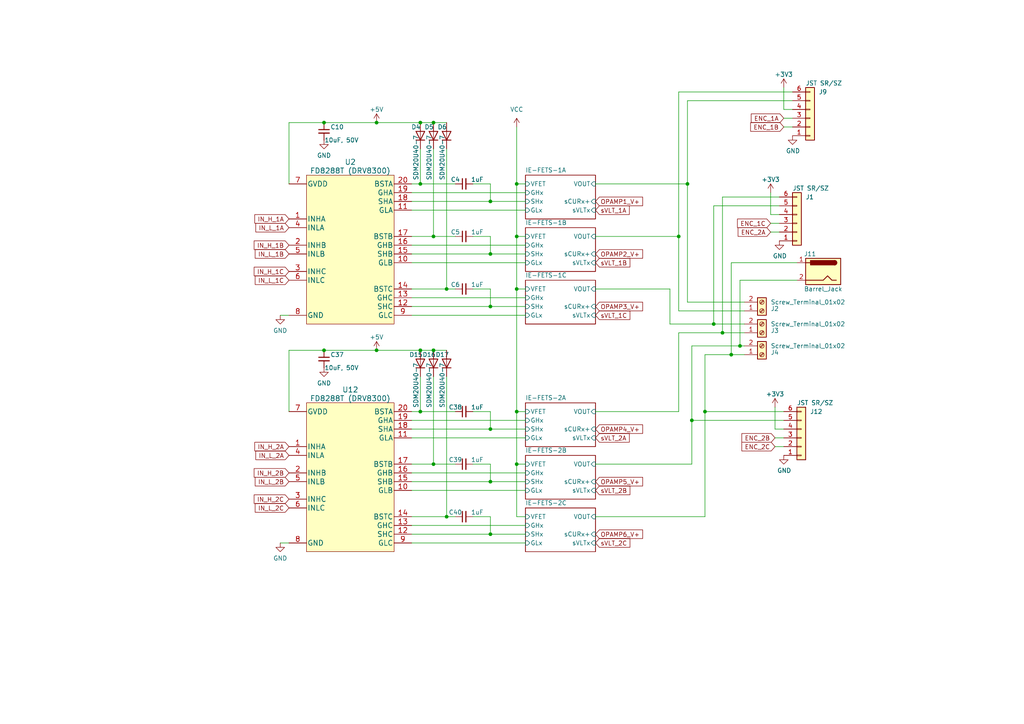
<source format=kicad_sch>
(kicad_sch (version 20231120) (generator "eeschema") (generator_version "8.0")
  (paper "A4")
  (title_block (title "I3ESC") (date "2024-09-07") (company "AlfredoSystems"))
  (lib_symbols
    (symbol "AlfredoSymbols:DRV8300NIPWR" (pin_names (offset 0.254))
      (property "Reference" "U" (at 0 25.4 0))
      (property "Value" "DRV8300NIPWR" (at 0 22.86 0))
      (symbol "DRV8300NIPWR_1_1"
        (rectangle (start -12.7 21.59) (end 12.7 -21.59) (fill (type background)))
        (pin input line (at -17.78 8.89 0) (length 5.08) (name "INHA") (number "1"))
        (pin output line (at 17.78 -3.81 180) (length 5.08) (name "GLB") (number "10"))
        (pin output line (at 17.78 11.43 180) (length 5.08) (name "GLA") (number "11"))
        (pin input line (at 17.78 -16.51 180) (length 5.08) (name "SHC") (number "12"))
        (pin output line (at 17.78 -13.97 180) (length 5.08) (name "GHC") (number "13"))
        (pin output line (at 17.78 -11.43 180) (length 5.08) (name "BSTC") (number "14"))
        (pin input line (at 17.78 -1.27 180) (length 5.08) (name "SHB") (number "15"))
        (pin output line (at 17.78 1.27 180) (length 5.08) (name "GHB") (number "16"))
        (pin output line (at 17.78 3.81 180) (length 5.08) (name "BSTB") (number "17"))
        (pin input line (at 17.78 13.97 180) (length 5.08) (name "SHA") (number "18"))
        (pin output line (at 17.78 16.51 180) (length 5.08) (name "GHA") (number "19"))
        (pin input line (at -17.78 1.27 0) (length 5.08) (name "INHB") (number "2"))
        (pin output line (at 17.78 19.05 180) (length 5.08) (name "BSTA") (number "20"))
        (pin input line (at -17.78 -6.35 0) (length 5.08) (name "INHC") (number "3"))
        (pin input line (at -17.78 6.35 0) (length 5.08) (name "INLA") (number "4"))
        (pin input line (at -17.78 -1.27 0) (length 5.08) (name "INLB") (number "5"))
        (pin input line (at -17.78 -8.89 0) (length 5.08) (name "INLC") (number "6"))
        (pin power_in line (at -17.78 19.05 0) (length 5.08) (name "GVDD") (number "7"))
        (pin power_in line (at -17.78 -19.05 0) (length 5.08) (name "GND") (number "8"))
        (pin output line (at 17.78 -19.05 180) (length 5.08) (name "GLC") (number "9"))
      )
    )
    (symbol "Connector:Barrel_Jack" (pin_names (offset 1.016))
      (property "Reference" "J" (at 0 5.334 0))
      (property "Value" "Barrel_Jack" (at 0 -5.08 0))
      (symbol "Barrel_Jack_0_1"
        (rectangle (start -5.08 3.81) (end 5.08 -3.81) (stroke (width 0.254)) (fill (type background)))
        (arc (start -3.302 3.175) (mid -3.9343 2.54) (end -3.302 1.905) (stroke (width 0.254)))
        (arc (start -3.302 3.175) (mid -3.9343 2.54) (end -3.302 1.905) (stroke (width 0.254)) (fill (type outline)))
        (polyline (pts (xy 5.08 2.54) (xy 3.81 2.54)) (stroke (width 0.254)))
        (polyline (pts (xy -3.81 -2.54) (xy -2.54 -2.54) (xy -1.27 -1.27) (xy 0 -2.54) (xy 2.54 -2.54) (xy 5.08 -2.54)) (stroke (width 0.254)))
        (rectangle (start 3.683 3.175) (end -3.302 1.905) (stroke (width 0.254)) (fill (type outline)))
      )
      (symbol "Barrel_Jack_1_1"
        (pin passive line (at 7.62 2.54 180) (length 2.54) (name "~") (number "1"))
        (pin passive line (at 7.62 -2.54 180) (length 2.54) (name "~") (number "2"))
      )
    )
    (symbol "Connector:Screw_Terminal_01x02" (pin_names (offset 1.016) hide)
      (property "Reference" "J" (at 0 2.54 0))
      (property "Value" "Screw_Terminal_01x02" (at 0 -5.08 0))
      (symbol "Screw_Terminal_01x02_1_1"
        (rectangle (start -1.27 1.27) (end 1.27 -3.81) (stroke (width 0.254)) (fill (type background)))
        (circle (center 0 -2.54) (radius 0.635) (stroke (width 0.1524)))
        (polyline (pts (xy -0.5334 -2.2098) (xy 0.3302 -3.048)) (stroke (width 0.1524)))
        (polyline (pts (xy -0.5334 0.3302) (xy 0.3302 -0.508)) (stroke (width 0.1524)))
        (polyline (pts (xy -0.3556 -2.032) (xy 0.508 -2.8702)) (stroke (width 0.1524)))
        (polyline (pts (xy -0.3556 0.508) (xy 0.508 -0.3302)) (stroke (width 0.1524)))
        (circle (center 0 0) (radius 0.635) (stroke (width 0.1524)))
        (pin passive line (at -5.08 0 0) (length 3.81) (name "Pin_1") (number "1"))
        (pin passive line (at -5.08 -2.54 0) (length 3.81) (name "Pin_2") (number "2"))
      )
    )
    (symbol "Connector_Generic:Conn_01x06" (pin_names (offset 1.016) hide)
      (property "Reference" "J" (at 0 7.62 0))
      (property "Value" "Conn_01x06" (at 0 -10.16 0))
      (symbol "Conn_01x06_1_1"
        (rectangle (start -1.27 -7.493) (end 0 -7.747) (stroke (width 0.1524)))
        (rectangle (start -1.27 -4.953) (end 0 -5.207) (stroke (width 0.1524)))
        (rectangle (start -1.27 -2.413) (end 0 -2.667) (stroke (width 0.1524)))
        (rectangle (start -1.27 0.127) (end 0 -0.127) (stroke (width 0.1524)))
        (rectangle (start -1.27 2.667) (end 0 2.413) (stroke (width 0.1524)))
        (rectangle (start -1.27 5.207) (end 0 4.953) (stroke (width 0.1524)))
        (rectangle (start -1.27 6.35) (end 1.27 -8.89) (stroke (width 0.254)) (fill (type background)))
        (pin passive line (at -5.08 5.08 0) (length 3.81) (name "Pin_1") (number "1"))
        (pin passive line (at -5.08 2.54 0) (length 3.81) (name "Pin_2") (number "2"))
        (pin passive line (at -5.08 0 0) (length 3.81) (name "Pin_3") (number "3"))
        (pin passive line (at -5.08 -2.54 0) (length 3.81) (name "Pin_4") (number "4"))
        (pin passive line (at -5.08 -5.08 0) (length 3.81) (name "Pin_5") (number "5"))
        (pin passive line (at -5.08 -7.62 0) (length 3.81) (name "Pin_6") (number "6"))
      )
    )
    (symbol "Device:C_Small" (pin_numbers hide) (pin_names (offset 0.254) hide)
      (property "Reference" "C" (at 0.254 1.778 0))
      (property "Value" "C_Small" (at 0.254 -2.032 0))
      (symbol "C_Small_0_1"
        (polyline (pts (xy -1.524 -0.508) (xy 1.524 -0.508)) (stroke (width 0.3302)))
        (polyline (pts (xy -1.524 0.508) (xy 1.524 0.508)) (stroke (width 0.3048)))
      )
      (symbol "C_Small_1_1"
        (pin passive line (at 0 2.54 270) (length 2.032) (name "~") (number "1"))
        (pin passive line (at 0 -2.54 90) (length 2.032) (name "~") (number "2"))
      )
    )
    (symbol "Diode:US1M" (pin_numbers hide) (pin_names (offset 1.016) hide)
      (property "Reference" "D" (at 0 2.54 0))
      (property "Value" "US1M" (at 0 -2.54 0))
      (symbol "US1M_0_1"
        (polyline (pts (xy -1.27 1.27) (xy -1.27 -1.27)) (stroke (width 0.254)))
        (polyline (pts (xy 1.27 0) (xy -1.27 0)))
        (polyline (pts (xy 1.27 1.27) (xy 1.27 -1.27) (xy -1.27 0) (xy 1.27 1.27)) (stroke (width 0.254)))
      )
      (symbol "US1M_1_1"
        (pin passive line (at -3.81 0 0) (length 2.54) (name "K") (number "1"))
        (pin passive line (at 3.81 0 180) (length 2.54) (name "A") (number "2"))
      )
    )
    (symbol "power:+3V3" (power) (pin_names (offset 0))
      (property "Value" "+3V3" (at 0 3.556 0))
      (symbol "+3V3_0_1"
        (polyline (pts (xy -0.762 1.27) (xy 0 2.54)))
        (polyline (pts (xy 0 0) (xy 0 2.54)))
        (polyline (pts (xy 0 2.54) (xy 0.762 1.27)))
      )
      (symbol "+3V3_1_1"
        (pin power_in line (at 0 0 90) (length 0) hide (name "+3V3") (number "1"))
      )
    )
    (symbol "power:+5V" (power) (pin_names (offset 0))
      (property "Value" "+5V" (at 0 3.556 0))
      (symbol "+5V_0_1"
        (polyline (pts (xy -0.762 1.27) (xy 0 2.54)))
        (polyline (pts (xy 0 0) (xy 0 2.54)))
        (polyline (pts (xy 0 2.54) (xy 0.762 1.27)))
      )
      (symbol "+5V_1_1"
        (pin power_in line (at 0 0 90) (length 0) hide (name "+5V") (number "1"))
      )
    )
    (symbol "power:GND" (power) (pin_names (offset 0))
      (property "Value" "GND" (at 0 -3.81 0))
      (symbol "GND_0_1"
        (polyline (pts (xy 0 0) (xy 0 -1.27) (xy 1.27 -1.27) (xy 0 -2.54) (xy -1.27 -1.27) (xy 0 -1.27)))
      )
      (symbol "GND_1_1"
        (pin power_in line (at 0 0 270) (length 0) hide (name "GND") (number "1"))
      )
    )
    (symbol "power:VCC" (power) (pin_names (offset 0))
      (property "Value" "VCC" (at 0 3.81 0))
      (symbol "VCC_0_1"
        (polyline (pts (xy -0.762 1.27) (xy 0 2.54)))
        (polyline (pts (xy 0 0) (xy 0 2.54)))
        (polyline (pts (xy 0 2.54) (xy 0.762 1.27)))
      )
      (symbol "VCC_1_1"
        (pin power_in line (at 0 0 90) (length 0) hide (name "VCC") (number "1"))
      )
    )
  )
  (junction (at 149.86 83.82))
  (junction (at 149.86 68.58))
  (junction (at 196.85 68.58))
  (junction (at 142.24 58.42))
  (junction (at 200.66 121.92))
  (junction (at 109.22 35.56))
  (junction (at 142.24 154.94))
  (junction (at 142.24 139.7))
  (junction (at 129.54 83.82))
  (junction (at 125.73 134.62))
  (junction (at 125.73 68.58))
  (junction (at 109.22 101.6))
  (junction (at 129.54 149.86))
  (junction (at 121.92 35.56))
  (junction (at 125.73 101.6))
  (junction (at 121.92 101.6))
  (junction (at 142.24 124.46))
  (junction (at 149.86 53.34))
  (junction (at 125.73 35.56))
  (junction (at 209.55 96.52))
  (junction (at 214.63 100.33))
  (junction (at 142.24 88.9))
  (junction (at 149.86 134.62))
  (junction (at 212.09 102.87))
  (junction (at 204.47 119.38))
  (junction (at 207.01 93.98))
  (junction (at 121.92 53.34))
  (junction (at 93.98 101.6))
  (junction (at 121.92 119.38))
  (junction (at 93.98 35.56))
  (junction (at 199.39 53.34))
  (junction (at 142.24 73.66))
  (junction (at 149.86 119.38))
  (wire (pts (xy 119.38 137.16) (xy 152.4 137.16)))
  (wire (pts (xy 125.73 134.62) (xy 132.08 134.62)))
  (wire (pts (xy 119.38 124.46) (xy 142.24 124.46)))
  (wire (pts (xy 152.4 149.86) (xy 149.86 149.86)))
  (wire (pts (xy 196.85 90.17) (xy 196.85 68.58)))
  (wire (pts (xy 119.38 71.12) (xy 152.4 71.12)))
  (wire (pts (xy 209.55 57.15) (xy 209.55 96.52)))
  (wire (pts (xy 119.38 53.34) (xy 121.92 53.34)))
  (wire (pts (xy 93.98 35.56) (xy 83.82 35.56)))
  (wire (pts (xy 129.54 83.82) (xy 132.08 83.82)))
  (wire (pts (xy 172.72 134.62) (xy 200.66 134.62)))
  (wire (pts (xy 212.09 102.87) (xy 215.9 102.87)))
  (wire (pts (xy 121.92 35.56) (xy 125.73 35.56)))
  (wire (pts (xy 119.38 58.42) (xy 142.24 58.42)))
  (wire (pts (xy 119.38 127) (xy 152.4 127)))
  (wire (pts (xy 200.66 121.92) (xy 227.33 121.92)))
  (wire (pts (xy 199.39 87.63) (xy 215.9 87.63)))
  (wire (pts (xy 152.4 53.34) (xy 149.86 53.34)))
  (wire (pts (xy 214.63 100.33) (xy 215.9 100.33)))
  (wire (pts (xy 119.38 149.86) (xy 129.54 149.86)))
  (wire (pts (xy 196.85 119.38) (xy 172.72 119.38)))
  (wire (pts (xy 142.24 149.86) (xy 142.24 154.94)))
  (wire (pts (xy 119.38 142.24) (xy 152.4 142.24)))
  (wire (pts (xy 200.66 134.62) (xy 200.66 121.92)))
  (wire (pts (xy 137.16 83.82) (xy 142.24 83.82)))
  (wire (pts (xy 227.33 127) (xy 224.79 127)))
  (wire (pts (xy 207.01 59.69) (xy 207.01 93.98)))
  (wire (pts (xy 142.24 68.58) (xy 142.24 73.66)))
  (wire (pts (xy 81.28 157.48) (xy 83.82 157.48)))
  (wire (pts (xy 119.38 60.96) (xy 152.4 60.96)))
  (wire (pts (xy 199.39 29.21) (xy 229.87 29.21)))
  (wire (pts (xy 119.38 86.36) (xy 152.4 86.36)))
  (wire (pts (xy 223.52 55.88) (xy 223.52 62.23)))
  (wire (pts (xy 142.24 139.7) (xy 152.4 139.7)))
  (wire (pts (xy 119.38 121.92) (xy 152.4 121.92)))
  (wire (pts (xy 226.06 67.31) (xy 223.52 67.31)))
  (wire (pts (xy 196.85 96.52) (xy 196.85 119.38)))
  (wire (pts (xy 223.52 62.23) (xy 226.06 62.23)))
  (wire (pts (xy 196.85 90.17) (xy 215.9 90.17)))
  (wire (pts (xy 121.92 53.34) (xy 132.08 53.34)))
  (wire (pts (xy 83.82 35.56) (xy 83.82 53.34)))
  (wire (pts (xy 129.54 149.86) (xy 132.08 149.86)))
  (wire (pts (xy 149.86 134.62) (xy 152.4 134.62)))
  (wire (pts (xy 149.86 68.58) (xy 149.86 83.82)))
  (wire (pts (xy 149.86 149.86) (xy 149.86 134.62)))
  (wire (pts (xy 204.47 149.86) (xy 204.47 119.38)))
  (wire (pts (xy 142.24 83.82) (xy 142.24 88.9)))
  (wire (pts (xy 119.38 157.48) (xy 152.4 157.48)))
  (wire (pts (xy 142.24 119.38) (xy 142.24 124.46)))
  (wire (pts (xy 152.4 119.38) (xy 149.86 119.38)))
  (wire (pts (xy 93.98 101.6) (xy 109.22 101.6)))
  (wire (pts (xy 172.72 53.34) (xy 199.39 53.34)))
  (wire (pts (xy 119.38 91.44) (xy 152.4 91.44)))
  (wire (pts (xy 121.92 43.18) (xy 121.92 53.34)))
  (wire (pts (xy 194.31 93.98) (xy 207.01 93.98)))
  (wire (pts (xy 227.33 31.75) (xy 229.87 31.75)))
  (wire (pts (xy 121.92 101.6) (xy 125.73 101.6)))
  (wire (pts (xy 209.55 57.15) (xy 226.06 57.15)))
  (wire (pts (xy 152.4 83.82) (xy 149.86 83.82)))
  (wire (pts (xy 209.55 96.52) (xy 215.9 96.52)))
  (wire (pts (xy 109.22 101.6) (xy 121.92 101.6)))
  (wire (pts (xy 231.14 81.28) (xy 214.63 81.28)))
  (wire (pts (xy 121.92 119.38) (xy 132.08 119.38)))
  (wire (pts (xy 119.38 139.7) (xy 142.24 139.7)))
  (wire (pts (xy 207.01 93.98) (xy 215.9 93.98)))
  (wire (pts (xy 119.38 134.62) (xy 125.73 134.62)))
  (wire (pts (xy 227.33 25.4) (xy 227.33 31.75)))
  (wire (pts (xy 119.38 73.66) (xy 142.24 73.66)))
  (wire (pts (xy 224.79 124.46) (xy 227.33 124.46)))
  (wire (pts (xy 137.16 119.38) (xy 142.24 119.38)))
  (wire (pts (xy 119.38 68.58) (xy 125.73 68.58)))
  (wire (pts (xy 200.66 100.33) (xy 214.63 100.33)))
  (wire (pts (xy 172.72 83.82) (xy 194.31 83.82)))
  (wire (pts (xy 93.98 35.56) (xy 109.22 35.56)))
  (wire (pts (xy 194.31 83.82) (xy 194.31 93.98)))
  (wire (pts (xy 149.86 83.82) (xy 149.86 119.38)))
  (wire (pts (xy 226.06 64.77) (xy 223.52 64.77)))
  (wire (pts (xy 142.24 88.9) (xy 152.4 88.9)))
  (wire (pts (xy 204.47 119.38) (xy 204.47 102.87)))
  (wire (pts (xy 142.24 58.42) (xy 152.4 58.42)))
  (wire (pts (xy 231.14 76.2) (xy 212.09 76.2)))
  (wire (pts (xy 81.28 91.44) (xy 83.82 91.44)))
  (wire (pts (xy 125.73 68.58) (xy 132.08 68.58)))
  (wire (pts (xy 224.79 118.11) (xy 224.79 124.46)))
  (wire (pts (xy 196.85 26.67) (xy 196.85 68.58)))
  (wire (pts (xy 119.38 154.94) (xy 142.24 154.94)))
  (wire (pts (xy 204.47 102.87) (xy 212.09 102.87)))
  (wire (pts (xy 137.16 68.58) (xy 142.24 68.58)))
  (wire (pts (xy 93.98 101.6) (xy 83.82 101.6)))
  (wire (pts (xy 109.22 35.56) (xy 121.92 35.56)))
  (wire (pts (xy 137.16 134.62) (xy 142.24 134.62)))
  (wire (pts (xy 125.73 101.6) (xy 129.54 101.6)))
  (wire (pts (xy 212.09 76.2) (xy 212.09 102.87)))
  (wire (pts (xy 199.39 53.34) (xy 199.39 87.63)))
  (wire (pts (xy 119.38 83.82) (xy 129.54 83.82)))
  (wire (pts (xy 129.54 109.22) (xy 129.54 149.86)))
  (wire (pts (xy 149.86 119.38) (xy 149.86 134.62)))
  (wire (pts (xy 142.24 134.62) (xy 142.24 139.7)))
  (wire (pts (xy 196.85 68.58) (xy 172.72 68.58)))
  (wire (pts (xy 125.73 43.18) (xy 125.73 68.58)))
  (wire (pts (xy 137.16 53.34) (xy 142.24 53.34)))
  (wire (pts (xy 209.55 96.52) (xy 196.85 96.52)))
  (wire (pts (xy 142.24 154.94) (xy 152.4 154.94)))
  (wire (pts (xy 204.47 119.38) (xy 227.33 119.38)))
  (wire (pts (xy 125.73 35.56) (xy 129.54 35.56)))
  (wire (pts (xy 121.92 109.22) (xy 121.92 119.38)))
  (wire (pts (xy 149.86 68.58) (xy 152.4 68.58)))
  (wire (pts (xy 129.54 43.18) (xy 129.54 83.82)))
  (wire (pts (xy 142.24 124.46) (xy 152.4 124.46)))
  (wire (pts (xy 227.33 129.54) (xy 224.79 129.54)))
  (wire (pts (xy 196.85 26.67) (xy 229.87 26.67)))
  (wire (pts (xy 142.24 73.66) (xy 152.4 73.66)))
  (wire (pts (xy 119.38 88.9) (xy 142.24 88.9)))
  (wire (pts (xy 137.16 149.86) (xy 142.24 149.86)))
  (wire (pts (xy 207.01 59.69) (xy 226.06 59.69)))
  (wire (pts (xy 119.38 152.4) (xy 152.4 152.4)))
  (wire (pts (xy 172.72 149.86) (xy 204.47 149.86)))
  (wire (pts (xy 119.38 55.88) (xy 152.4 55.88)))
  (wire (pts (xy 125.73 109.22) (xy 125.73 134.62)))
  (wire (pts (xy 149.86 53.34) (xy 149.86 68.58)))
  (wire (pts (xy 199.39 29.21) (xy 199.39 53.34)))
  (wire (pts (xy 149.86 36.83) (xy 149.86 53.34)))
  (wire (pts (xy 119.38 119.38) (xy 121.92 119.38)))
  (wire (pts (xy 119.38 76.2) (xy 152.4 76.2)))
  (wire (pts (xy 229.87 36.83) (xy 227.33 36.83)))
  (wire (pts (xy 200.66 121.92) (xy 200.66 100.33)))
  (wire (pts (xy 142.24 53.34) (xy 142.24 58.42)))
  (wire (pts (xy 83.82 101.6) (xy 83.82 119.38)))
  (wire (pts (xy 214.63 81.28) (xy 214.63 100.33)))
  (wire (pts (xy 229.87 34.29) (xy 227.33 34.29)))
  (global_label "IN_H_2A" (shape input) (at 83.82 129.54 180) (property "Intersheetrefs" "${INTERSHEET_REFS}" (effects (hide yes))))
  (global_label "sVLT_1C" (shape input) (at 172.72 91.44 0) (property "Intersheetrefs" "${INTERSHEET_REFS}" (effects (hide yes))))
  (global_label "OPAMP2_V+" (shape input) (at 172.72 73.66 0) (property "Intersheetrefs" "${INTERSHEET_REFS}" (effects (hide yes))))
  (global_label "OPAMP4_V+" (shape input) (at 172.72 124.46 0) (property "Intersheetrefs" "${INTERSHEET_REFS}" (effects (hide yes))))
  (global_label "ENC_1A" (shape input) (at 227.33 34.29 180) (property "Intersheetrefs" "${INTERSHEET_REFS}" (effects (hide yes))))
  (global_label "sVLT_1B" (shape input) (at 172.72 76.2 0) (property "Intersheetrefs" "${INTERSHEET_REFS}" (effects (hide yes))))
  (global_label "OPAMP1_V+" (shape input) (at 172.72 58.42 0) (property "Intersheetrefs" "${INTERSHEET_REFS}" (effects (hide yes))))
  (global_label "IN_L_1A" (shape input) (at 83.82 66.04 180) (property "Intersheetrefs" "${INTERSHEET_REFS}" (effects (hide yes))))
  (global_label "IN_H_2C" (shape input) (at 83.82 144.78 180) (property "Intersheetrefs" "${INTERSHEET_REFS}" (effects (hide yes))))
  (global_label "sVLT_2C" (shape input) (at 172.72 157.48 0) (property "Intersheetrefs" "${INTERSHEET_REFS}" (effects (hide yes))))
  (global_label "ENC_2C" (shape input) (at 224.79 129.54 180) (property "Intersheetrefs" "${INTERSHEET_REFS}" (effects (hide yes))))
  (global_label "OPAMP5_V+" (shape input) (at 172.72 139.7 0) (property "Intersheetrefs" "${INTERSHEET_REFS}" (effects (hide yes))))
  (global_label "ENC_1C" (shape input) (at 223.52 64.77 180) (property "Intersheetrefs" "${INTERSHEET_REFS}" (effects (hide yes))))
  (global_label "IN_L_2B" (shape input) (at 83.82 139.7 180) (property "Intersheetrefs" "${INTERSHEET_REFS}" (effects (hide yes))))
  (global_label "IN_L_1C" (shape input) (at 83.82 81.28 180) (property "Intersheetrefs" "${INTERSHEET_REFS}" (effects (hide yes))))
  (global_label "OPAMP3_V+" (shape input) (at 172.72 88.9 0) (property "Intersheetrefs" "${INTERSHEET_REFS}" (effects (hide yes))))
  (global_label "sVLT_2B" (shape input) (at 172.72 142.24 0) (property "Intersheetrefs" "${INTERSHEET_REFS}" (effects (hide yes))))
  (global_label "IN_L_1B" (shape input) (at 83.82 73.66 180) (property "Intersheetrefs" "${INTERSHEET_REFS}" (effects (hide yes))))
  (global_label "sVLT_1A" (shape input) (at 172.72 60.96 0) (property "Intersheetrefs" "${INTERSHEET_REFS}" (effects (hide yes))))
  (global_label "IN_H_1C" (shape input) (at 83.82 78.74 180) (property "Intersheetrefs" "${INTERSHEET_REFS}" (effects (hide yes))))
  (global_label "sVLT_2A" (shape input) (at 172.72 127 0) (property "Intersheetrefs" "${INTERSHEET_REFS}" (effects (hide yes))))
  (global_label "OPAMP6_V+" (shape input) (at 172.72 154.94 0) (property "Intersheetrefs" "${INTERSHEET_REFS}" (effects (hide yes))))
  (global_label "IN_H_2B" (shape input) (at 83.82 137.16 180) (property "Intersheetrefs" "${INTERSHEET_REFS}" (effects (hide yes))))
  (global_label "ENC_2A" (shape input) (at 223.52 67.31 180) (property "Intersheetrefs" "${INTERSHEET_REFS}" (effects (hide yes))))
  (global_label "IN_L_2A" (shape input) (at 83.82 132.08 180) (property "Intersheetrefs" "${INTERSHEET_REFS}" (effects (hide yes))))
  (global_label "IN_L_2C" (shape input) (at 83.82 147.32 180) (property "Intersheetrefs" "${INTERSHEET_REFS}" (effects (hide yes))))
  (global_label "IN_H_1B" (shape input) (at 83.82 71.12 180) (property "Intersheetrefs" "${INTERSHEET_REFS}" (effects (hide yes))))
  (global_label "ENC_2B" (shape input) (at 224.79 127 180) (property "Intersheetrefs" "${INTERSHEET_REFS}" (effects (hide yes))))
  (global_label "ENC_1B" (shape input) (at 227.33 36.83 180) (property "Intersheetrefs" "${INTERSHEET_REFS}" (effects (hide yes))))
  (global_label "IN_H_1A" (shape input) (at 83.82 63.5 180) (property "Intersheetrefs" "${INTERSHEET_REFS}" (effects (hide yes))))
  (symbol (lib_id "power:+3V3") (at 227.33 25.4 0) (unit 1)
    (property "Reference" "#PWR079" (effects (hide yes)))
    (property "Value" "+3V3" (at 227.33 21.59 0))
  )
  (symbol (lib_id "Diode:US1M") (at 129.54 105.41 90) (unit 1)
    (property "Reference" "D17" (at 128.27 102.87 90))
    (property "Value" "SDM20U40-7" (at 128.27 111.76 0))
    (property "Footprint" "Diode_SMD:D_SOD-523" (effects (hide yes)))
    (property "Datasheet" "https://lcsc.com/product-detail/Schottky-Barrier-Diodes-SBD_Diodes-Incorporated-Diodes-Incorporated-SDM20U40-7_C139439.html" (effects (hide yes)))
    (property "LCSC" "C139439" (effects (hide yes)))
  )
  (symbol (lib_id "Connector:Screw_Terminal_01x02") (at 220.98 90.17 0) (mirror x) (unit 1)
    (property "Reference" "J2" (at 223.52 89.535 0) (effects (justify left)))
    (property "Value" "Screw_Terminal_01x02" (at 223.52 87.63 0) (effects (justify left)))
    (property "Footprint" "AlfredoFootprints:TerminalBlock_Ningbo_2P_5mm" (effects (hide yes)))
    (property "Datasheet" "https://www.lcsc.com/product-detail/Screw-terminal_Ningbo-Xinlaiya-Elec.-Ningbo-Xinlaiya-Elec.-XY126V-5.0-2P_C557646.html" (effects (hide yes)))
    (property "LCSC" "C557646" (effects (hide yes)))
  )
  (symbol (lib_id "power:GND") (at 227.33 132.08 0) (unit 1)
    (property "Reference" "#PWR080" (effects (hide yes)))
    (property "Value" "GND" (at 227.457 136.4742 0))
  )
  (symbol (lib_id "power:+5V") (at 109.22 35.56 0) (unit 1)
    (property "Reference" "#PWR071" (effects (hide yes)))
    (property "Value" "+5V" (at 109.22 31.75 0))
  )
  (symbol (lib_id "Connector:Barrel_Jack") (at 238.76 78.74 0) (mirror y) (unit 1)
    (property "Reference" "J11" (at 234.95 73.66 0))
    (property "Value" "Barrel_Jack" (at 238.76 83.82 0))
    (property "Footprint" "AlfredoFootprints:DC-005C_1" (effects (hide yes)))
    (property "Datasheet" "https://jlcpcb.com/partdetail/Korean_HropartsElec-DC_005C20A/C84007" (effects (hide yes)))
    (property "LCSC" "C84007" (effects (hide yes)))
  )
  (symbol (lib_id "Device:C_Small") (at 134.62 68.58 90) (unit 1)
    (property "Reference" "C5" (at 132.08 67.31 90))
    (property "Value" "1uF" (at 138.43 67.31 90))
    (property "Footprint" "Capacitor_SMD:C_0402_1005Metric" (effects (hide yes)))
    (property "Datasheet" "https://jlcpcb.com/partdetail/53938-CL05A105KA5NQNC/C52923" (effects (hide yes)))
    (property "LCSC" "C52923" (effects (hide yes)))
  )
  (symbol (lib_id "Diode:US1M") (at 125.73 105.41 90) (unit 1)
    (property "Reference" "D16" (at 124.46 102.87 90))
    (property "Value" "SDM20U40-7" (at 124.46 111.76 0))
    (property "Footprint" "Diode_SMD:D_SOD-523" (effects (hide yes)))
    (property "Datasheet" "https://lcsc.com/product-detail/Schottky-Barrier-Diodes-SBD_Diodes-Incorporated-Diodes-Incorporated-SDM20U40-7_C139439.html" (effects (hide yes)))
    (property "LCSC" "C139439" (effects (hide yes)))
  )
  (symbol (lib_id "Device:C_Small") (at 134.62 134.62 90) (unit 1)
    (property "Reference" "C39" (at 132.08 133.35 90))
    (property "Value" "1uF" (at 138.43 133.35 90))
    (property "Footprint" "Capacitor_SMD:C_0402_1005Metric" (effects (hide yes)))
    (property "Datasheet" "https://jlcpcb.com/partdetail/53938-CL05A105KA5NQNC/C52923" (effects (hide yes)))
    (property "LCSC" "C52923" (effects (hide yes)))
  )
  (symbol (lib_id "AlfredoSymbols:DRV8300NIPWR") (at 101.6 72.39 0) (unit 1)
    (property "Reference" "U2" (at 101.6 46.99 0) (effects (font (size 1.524 1.524))))
    (property "Value" "FD8288T (DRV8300)" (at 101.6 49.53 0) (effects (font (size 1.524 1.524))))
    (property "Footprint" "Package_SO:TSSOP-20_4.4x6.5mm_P0.65mm" (effects (hide yes)))
    (property "Datasheet" "https://static.qingshow.net/fortiortech/file/1597746029372.pdf" (effects (hide yes)))
    (property "LCSC" "C97683" (effects (hide yes)))
  )
  (symbol (lib_id "power:GND") (at 226.06 69.85 0) (unit 1)
    (property "Reference" "#PWR078" (effects (hide yes)))
    (property "Value" "GND" (at 226.187 74.2442 0))
  )
  (symbol (lib_id "power:VCC") (at 149.86 36.83 0) (unit 1)
    (property "Reference" "#PWR075" (effects (hide yes)))
    (property "Value" "VCC" (at 149.86 31.75 0))
  )
  (symbol (lib_id "Diode:US1M") (at 129.54 39.37 90) (unit 1)
    (property "Reference" "D6" (at 128.27 36.83 90))
    (property "Value" "SDM20U40-7" (at 128.27 45.72 0))
    (property "Footprint" "Diode_SMD:D_SOD-523" (effects (hide yes)))
    (property "Datasheet" "https://lcsc.com/product-detail/Schottky-Barrier-Diodes-SBD_Diodes-Incorporated-Diodes-Incorporated-SDM20U40-7_C139439.html" (effects (hide yes)))
    (property "LCSC" "C139439" (effects (hide yes)))
  )
  (symbol (lib_id "power:+5V") (at 109.22 101.6 0) (unit 1)
    (property "Reference" "#PWR074" (effects (hide yes)))
    (property "Value" "+5V" (at 109.22 97.79 0))
  )
  (symbol (lib_id "power:+3V3") (at 223.52 55.88 0) (unit 1)
    (property "Reference" "#PWR076" (effects (hide yes)))
    (property "Value" "+3V3" (at 223.52 52.07 0))
  )
  (symbol (lib_id "power:GND") (at 229.87 39.37 0) (unit 1)
    (property "Reference" "#PWR081" (effects (hide yes)))
    (property "Value" "GND" (at 229.997 43.7642 0))
  )
  (symbol (lib_id "Device:C_Small") (at 134.62 53.34 90) (unit 1)
    (property "Reference" "C4" (at 132.08 52.07 90))
    (property "Value" "1uF" (at 138.43 52.07 90))
    (property "Footprint" "Capacitor_SMD:C_0402_1005Metric" (effects (hide yes)))
    (property "Datasheet" "https://jlcpcb.com/partdetail/53938-CL05A105KA5NQNC/C52923" (effects (hide yes)))
    (property "LCSC" "C52923" (effects (hide yes)))
  )
  (symbol (lib_id "Connector_Generic:Conn_01x06") (at 231.14 64.77 0) (mirror x) (unit 1)
    (property "Reference" "J1" (at 233.68 57.15 0) (effects (justify left)))
    (property "Value" "JST SR/SZ" (at 229.87 54.61 0) (effects (justify left)))
    (property "Footprint" "AlfredoFootprints:JST_SH_1x06_Vertical" (effects (hide yes)))
    (property "Datasheet" "https://jlcpcb.com/partdetail/171772-BM06B_SRSS_TB_LF_SN/C160392" (effects (hide yes)))
    (property "LCSC" "C160392" (effects (hide yes)))
  )
  (symbol (lib_id "power:GND") (at 93.98 106.68 0) (unit 1)
    (property "Reference" "#PWR068" (effects (hide yes)))
    (property "Value" "GND" (at 93.98 111.125 0))
  )
  (symbol (lib_id "Diode:US1M") (at 121.92 105.41 90) (unit 1)
    (property "Reference" "D15" (at 120.65 102.87 90))
    (property "Value" "SDM20U40-7" (at 120.65 111.76 0))
    (property "Footprint" "Diode_SMD:D_SOD-523" (effects (hide yes)))
    (property "Datasheet" "https://lcsc.com/product-detail/Schottky-Barrier-Diodes-SBD_Diodes-Incorporated-Diodes-Incorporated-SDM20U40-7_C139439.html" (effects (hide yes)))
    (property "LCSC" "C139439" (effects (hide yes)))
  )
  (symbol (lib_id "Diode:US1M") (at 121.92 39.37 90) (unit 1)
    (property "Reference" "D4" (at 120.65 36.83 90))
    (property "Value" "SDM20U40-7" (at 120.65 45.72 0))
    (property "Footprint" "Diode_SMD:D_SOD-523" (effects (hide yes)))
    (property "Datasheet" "https://lcsc.com/product-detail/Schottky-Barrier-Diodes-SBD_Diodes-Incorporated-Diodes-Incorporated-SDM20U40-7_C139439.html" (effects (hide yes)))
    (property "LCSC" "C139439" (effects (hide yes)))
  )
  (symbol (lib_id "Device:C_Small") (at 93.98 38.1 0) (unit 1)
    (property "Reference" "C10" (at 97.79 36.83 0))
    (property "Value" "10uF, 50V" (at 99.06 40.64 0))
    (property "Footprint" "Capacitor_SMD:C_1206_3216Metric" (effects (hide yes)))
    (property "Datasheet" "https://lcsc.com/product-detail/null_C13585.html" (effects (hide yes)))
    (property "LCSC" "C13585" (effects (hide yes)))
  )
  (symbol (lib_id "Connector:Screw_Terminal_01x02") (at 220.98 96.52 0) (mirror x) (unit 1)
    (property "Reference" "J3" (at 223.52 95.885 0) (effects (justify left)))
    (property "Value" "Screw_Terminal_01x02" (at 223.52 93.98 0) (effects (justify left)))
    (property "Footprint" "AlfredoFootprints:TerminalBlock_Ningbo_2P_5mm" (effects (hide yes)))
    (property "Datasheet" "https://www.lcsc.com/product-detail/Screw-terminal_Ningbo-Xinlaiya-Elec.-Ningbo-Xinlaiya-Elec.-XY126V-5.0-2P_C557646.html" (effects (hide yes)))
    (property "LCSC" "C557646" (effects (hide yes)))
  )
  (symbol (lib_id "power:GND") (at 93.98 40.64 0) (unit 1)
    (property "Reference" "#PWR067" (effects (hide yes)))
    (property "Value" "GND" (at 93.98 45.085 0))
  )
  (symbol (lib_id "Device:C_Small") (at 93.98 104.14 0) (unit 1)
    (property "Reference" "C37" (at 97.79 102.87 0))
    (property "Value" "10uF, 50V" (at 99.06 106.68 0))
    (property "Footprint" "Capacitor_SMD:C_1206_3216Metric" (effects (hide yes)))
    (property "Datasheet" "https://lcsc.com/product-detail/null_C13585.html" (effects (hide yes)))
    (property "LCSC" "C13585" (effects (hide yes)))
  )
  (symbol (lib_id "Device:C_Small") (at 134.62 83.82 90) (unit 1)
    (property "Reference" "C6" (at 132.08 82.55 90))
    (property "Value" "1uF" (at 138.43 82.55 90))
    (property "Footprint" "Capacitor_SMD:C_0402_1005Metric" (effects (hide yes)))
    (property "Datasheet" "https://jlcpcb.com/partdetail/53938-CL05A105KA5NQNC/C52923" (effects (hide yes)))
    (property "LCSC" "C52923" (effects (hide yes)))
  )
  (symbol (lib_id "AlfredoSymbols:DRV8300NIPWR") (at 101.6 138.43 0) (unit 1)
    (property "Reference" "U12" (at 101.6 113.03 0) (effects (font (size 1.524 1.524))))
    (property "Value" "FD8288T (DRV8300)" (at 101.6 115.57 0) (effects (font (size 1.524 1.524))))
    (property "Footprint" "Package_SO:TSSOP-20_4.4x6.5mm_P0.65mm" (effects (hide yes)))
    (property "Datasheet" "https://static.qingshow.net/fortiortech/file/1597746029372.pdf" (effects (hide yes)))
    (property "LCSC" "C97683" (effects (hide yes)))
  )
  (symbol (lib_id "Connector_Generic:Conn_01x06") (at 234.95 34.29 0) (mirror x) (unit 1)
    (property "Reference" "J9" (at 237.49 26.67 0) (effects (justify left)))
    (property "Value" "JST SR/SZ" (at 233.68 24.13 0) (effects (justify left)))
    (property "Footprint" "AlfredoFootprints:JST_SH_1x06_Vertical" (effects (hide yes)))
    (property "Datasheet" "https://jlcpcb.com/partdetail/171772-BM06B_SRSS_TB_LF_SN/C160392" (effects (hide yes)))
    (property "LCSC" "C160392" (effects (hide yes)))
  )
  (symbol (lib_id "Device:C_Small") (at 134.62 149.86 90) (unit 1)
    (property "Reference" "C40" (at 132.08 148.59 90))
    (property "Value" "1uF" (at 138.43 148.59 90))
    (property "Footprint" "Capacitor_SMD:C_0402_1005Metric" (effects (hide yes)))
    (property "Datasheet" "https://jlcpcb.com/partdetail/53938-CL05A105KA5NQNC/C52923" (effects (hide yes)))
    (property "LCSC" "C52923" (effects (hide yes)))
  )
  (symbol (lib_id "Connector:Screw_Terminal_01x02") (at 220.98 102.87 0) (mirror x) (unit 1)
    (property "Reference" "J4" (at 223.52 102.235 0) (effects (justify left)))
    (property "Value" "Screw_Terminal_01x02" (at 223.52 100.33 0) (effects (justify left)))
    (property "Footprint" "AlfredoFootprints:TerminalBlock_Ningbo_2P_5mm" (effects (hide yes)))
    (property "Datasheet" "https://www.lcsc.com/product-detail/Screw-terminal_Ningbo-Xinlaiya-Elec.-Ningbo-Xinlaiya-Elec.-XY126V-5.0-2P_C557646.html" (effects (hide yes)))
    (property "LCSC" "C557646" (effects (hide yes)))
  )
  (symbol (lib_id "power:GND") (at 81.28 91.44 0) (unit 1)
    (property "Reference" "#PWR065" (effects (hide yes)))
    (property "Value" "GND" (at 81.28 95.885 0))
  )
  (symbol (lib_id "power:GND") (at 81.28 157.48 0) (unit 1)
    (property "Reference" "#PWR066" (effects (hide yes)))
    (property "Value" "GND" (at 81.28 161.925 0))
  )
  (symbol (lib_id "power:+3V3") (at 224.79 118.11 0) (unit 1)
    (property "Reference" "#PWR077" (effects (hide yes)))
    (property "Value" "+3V3" (at 224.79 114.3 0))
  )
  (symbol (lib_id "Connector_Generic:Conn_01x06") (at 232.41 127 0) (mirror x) (unit 1)
    (property "Reference" "J12" (at 234.95 119.38 0) (effects (justify left)))
    (property "Value" "JST SR/SZ" (at 231.14 116.84 0) (effects (justify left)))
    (property "Footprint" "AlfredoFootprints:JST_SH_1x06_Vertical" (effects (hide yes)))
    (property "Datasheet" "https://jlcpcb.com/partdetail/171772-BM06B_SRSS_TB_LF_SN/C160392" (effects (hide yes)))
    (property "LCSC" "C160392" (effects (hide yes)))
  )
  (symbol (lib_id "Diode:US1M") (at 125.73 39.37 90) (unit 1)
    (property "Reference" "D5" (at 124.46 36.83 90))
    (property "Value" "SDM20U40-7" (at 124.46 45.72 0))
    (property "Footprint" "Diode_SMD:D_SOD-523" (effects (hide yes)))
    (property "Datasheet" "https://lcsc.com/product-detail/Schottky-Barrier-Diodes-SBD_Diodes-Incorporated-Diodes-Incorporated-SDM20U40-7_C139439.html" (effects (hide yes)))
    (property "LCSC" "C139439" (effects (hide yes)))
  )
  (symbol (lib_id "Device:C_Small") (at 134.62 119.38 90) (unit 1)
    (property "Reference" "C38" (at 132.08 118.11 90))
    (property "Value" "1uF" (at 138.43 118.11 90))
    (property "Footprint" "Capacitor_SMD:C_0402_1005Metric" (effects (hide yes)))
    (property "Datasheet" "https://jlcpcb.com/partdetail/53938-CL05A105KA5NQNC/C52923" (effects (hide yes)))
    (property "LCSC" "C52923" (effects (hide yes)))
  )
  (sheet (at 152.4 66.04) (size 20.32 12.7) (stroke (width 0.1524))
    (property "Sheetname" "IE-FETS-1B" (at 152.4 65.3284 0) (effects (justify left bottom)))
    (property "Sheetfile" "IE-FETS.kicad_sch" (effects (hide yes)))
    (pin "VFET" input (at 152.4 68.58 180))
    (pin "GHx" input (at 152.4 71.12 180))
    (pin "SHx" input (at 152.4 73.66 180))
    (pin "GLx" input (at 152.4 76.2 180))
    (pin "sVLTx" input (at 172.72 76.2 0))
    (pin "VOUT" input (at 172.72 68.58 0))
    (pin "sCURx+" input (at 172.72 73.66 0))
  )
  (sheet (at 152.4 50.8) (size 20.32 12.7) (stroke (width 0.1524))
    (property "Sheetname" "IE-FETS-1A" (at 152.4 50.0884 0) (effects (justify left bottom)))
    (property "Sheetfile" "IE-FETS.kicad_sch" (effects (hide yes)))
    (pin "VFET" input (at 152.4 53.34 180))
    (pin "GHx" input (at 152.4 55.88 180))
    (pin "SHx" input (at 152.4 58.42 180))
    (pin "GLx" input (at 152.4 60.96 180))
    (pin "sVLTx" input (at 172.72 60.96 0))
    (pin "VOUT" input (at 172.72 53.34 0))
    (pin "sCURx+" input (at 172.72 58.42 0))
  )
  (sheet (at 152.4 116.84) (size 20.32 12.7) (stroke (width 0.1524))
    (property "Sheetname" "IE-FETS-2A" (at 152.4 116.1284 0) (effects (justify left bottom)))
    (property "Sheetfile" "IE-FETS.kicad_sch" (effects (hide yes)))
    (pin "VFET" input (at 152.4 119.38 180))
    (pin "GHx" input (at 152.4 121.92 180))
    (pin "SHx" input (at 152.4 124.46 180))
    (pin "GLx" input (at 152.4 127 180))
    (pin "sVLTx" input (at 172.72 127 0))
    (pin "VOUT" input (at 172.72 119.38 0))
    (pin "sCURx+" input (at 172.72 124.46 0))
  )
  (sheet (at 152.4 147.32) (size 20.32 12.7) (stroke (width 0.1524))
    (property "Sheetname" "IE-FETS-2C" (at 152.4 146.6084 0) (effects (justify left bottom)))
    (property "Sheetfile" "IE-FETS.kicad_sch" (effects (hide yes)))
    (pin "VFET" input (at 152.4 149.86 180))
    (pin "GHx" input (at 152.4 152.4 180))
    (pin "SHx" input (at 152.4 154.94 180))
    (pin "GLx" input (at 152.4 157.48 180))
    (pin "sVLTx" input (at 172.72 157.48 0))
    (pin "VOUT" input (at 172.72 149.86 0))
    (pin "sCURx+" input (at 172.72 154.94 0))
  )
  (sheet (at 152.4 132.08) (size 20.32 12.7) (stroke (width 0.1524))
    (property "Sheetname" "IE-FETS-2B" (at 152.4 131.3684 0) (effects (justify left bottom)))
    (property "Sheetfile" "IE-FETS.kicad_sch" (effects (hide yes)))
    (pin "VFET" input (at 152.4 134.62 180))
    (pin "GHx" input (at 152.4 137.16 180))
    (pin "SHx" input (at 152.4 139.7 180))
    (pin "GLx" input (at 152.4 142.24 180))
    (pin "sVLTx" input (at 172.72 142.24 0))
    (pin "VOUT" input (at 172.72 134.62 0))
    (pin "sCURx+" input (at 172.72 139.7 0))
  )
  (sheet (at 152.4 81.28) (size 20.32 12.7) (stroke (width 0.1524))
    (property "Sheetname" "IE-FETS-1C" (at 152.4 80.5684 0) (effects (justify left bottom)))
    (property "Sheetfile" "IE-FETS.kicad_sch" (effects (hide yes)))
    (pin "VFET" input (at 152.4 83.82 180))
    (pin "GHx" input (at 152.4 86.36 180))
    (pin "SHx" input (at 152.4 88.9 180))
    (pin "GLx" input (at 152.4 91.44 180))
    (pin "sVLTx" input (at 172.72 91.44 0))
    (pin "VOUT" input (at 172.72 83.82 0))
    (pin "sCURx+" input (at 172.72 88.9 0))
  )
)
</source>
